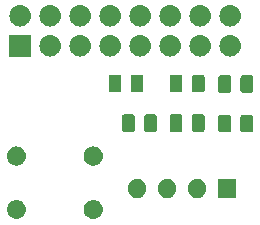
<source format=gts>
G04 #@! TF.GenerationSoftware,KiCad,Pcbnew,(5.1.4)-1*
G04 #@! TF.CreationDate,2019-09-19T01:50:37+03:00*
G04 #@! TF.ProjectId,Project_2_RPI_HAT,50726f6a-6563-4745-9f32-5f5250495f48,v1*
G04 #@! TF.SameCoordinates,Original*
G04 #@! TF.FileFunction,Soldermask,Top*
G04 #@! TF.FilePolarity,Negative*
%FSLAX46Y46*%
G04 Gerber Fmt 4.6, Leading zero omitted, Abs format (unit mm)*
G04 Created by KiCad (PCBNEW (5.1.4)-1) date 2019-09-19 01:50:37*
%MOMM*%
%LPD*%
G04 APERTURE LIST*
%ADD10C,0.100000*%
G04 APERTURE END LIST*
D10*
G36*
X52251347Y-79454921D02*
G01*
X52330976Y-79462764D01*
X52484227Y-79509252D01*
X52484230Y-79509253D01*
X52625463Y-79584744D01*
X52749259Y-79686341D01*
X52850856Y-79810137D01*
X52926347Y-79951370D01*
X52926348Y-79951373D01*
X52972836Y-80104624D01*
X52988533Y-80264000D01*
X52972836Y-80423376D01*
X52926348Y-80576627D01*
X52926347Y-80576630D01*
X52850856Y-80717863D01*
X52749259Y-80841659D01*
X52625463Y-80943256D01*
X52484230Y-81018747D01*
X52484227Y-81018748D01*
X52330976Y-81065236D01*
X52251347Y-81073079D01*
X52211534Y-81077000D01*
X52131666Y-81077000D01*
X52091853Y-81073079D01*
X52012224Y-81065236D01*
X51858973Y-81018748D01*
X51858970Y-81018747D01*
X51717737Y-80943256D01*
X51593941Y-80841659D01*
X51492344Y-80717863D01*
X51416853Y-80576630D01*
X51416852Y-80576627D01*
X51370364Y-80423376D01*
X51354667Y-80264000D01*
X51370364Y-80104624D01*
X51416852Y-79951373D01*
X51416853Y-79951370D01*
X51492344Y-79810137D01*
X51593941Y-79686341D01*
X51717737Y-79584744D01*
X51858970Y-79509253D01*
X51858973Y-79509252D01*
X52012224Y-79462764D01*
X52091853Y-79454921D01*
X52131666Y-79451000D01*
X52211534Y-79451000D01*
X52251347Y-79454921D01*
X52251347Y-79454921D01*
G37*
G36*
X45748947Y-79454921D02*
G01*
X45828576Y-79462764D01*
X45981827Y-79509252D01*
X45981830Y-79509253D01*
X46123063Y-79584744D01*
X46246859Y-79686341D01*
X46348456Y-79810137D01*
X46423947Y-79951370D01*
X46423948Y-79951373D01*
X46470436Y-80104624D01*
X46486133Y-80264000D01*
X46470436Y-80423376D01*
X46423948Y-80576627D01*
X46423947Y-80576630D01*
X46348456Y-80717863D01*
X46246859Y-80841659D01*
X46123063Y-80943256D01*
X45981830Y-81018747D01*
X45981827Y-81018748D01*
X45828576Y-81065236D01*
X45748947Y-81073079D01*
X45709134Y-81077000D01*
X45629266Y-81077000D01*
X45589453Y-81073079D01*
X45509824Y-81065236D01*
X45356573Y-81018748D01*
X45356570Y-81018747D01*
X45215337Y-80943256D01*
X45091541Y-80841659D01*
X44989944Y-80717863D01*
X44914453Y-80576630D01*
X44914452Y-80576627D01*
X44867964Y-80423376D01*
X44852267Y-80264000D01*
X44867964Y-80104624D01*
X44914452Y-79951373D01*
X44914453Y-79951370D01*
X44989944Y-79810137D01*
X45091541Y-79686341D01*
X45215337Y-79584744D01*
X45356570Y-79509253D01*
X45356573Y-79509252D01*
X45509824Y-79462764D01*
X45589453Y-79454921D01*
X45629266Y-79451000D01*
X45709134Y-79451000D01*
X45748947Y-79454921D01*
X45748947Y-79454921D01*
G37*
G36*
X56113642Y-77715781D02*
G01*
X56259414Y-77776162D01*
X56259416Y-77776163D01*
X56390608Y-77863822D01*
X56502178Y-77975392D01*
X56589837Y-78106584D01*
X56589838Y-78106586D01*
X56650219Y-78252358D01*
X56681000Y-78407107D01*
X56681000Y-78564893D01*
X56650219Y-78719642D01*
X56589838Y-78865414D01*
X56589837Y-78865416D01*
X56502178Y-78996608D01*
X56390608Y-79108178D01*
X56259416Y-79195837D01*
X56259415Y-79195838D01*
X56259414Y-79195838D01*
X56113642Y-79256219D01*
X55958893Y-79287000D01*
X55801107Y-79287000D01*
X55646358Y-79256219D01*
X55500586Y-79195838D01*
X55500585Y-79195838D01*
X55500584Y-79195837D01*
X55369392Y-79108178D01*
X55257822Y-78996608D01*
X55170163Y-78865416D01*
X55170162Y-78865414D01*
X55109781Y-78719642D01*
X55079000Y-78564893D01*
X55079000Y-78407107D01*
X55109781Y-78252358D01*
X55170162Y-78106586D01*
X55170163Y-78106584D01*
X55257822Y-77975392D01*
X55369392Y-77863822D01*
X55500584Y-77776163D01*
X55500586Y-77776162D01*
X55646358Y-77715781D01*
X55801107Y-77685000D01*
X55958893Y-77685000D01*
X56113642Y-77715781D01*
X56113642Y-77715781D01*
G37*
G36*
X58653642Y-77715781D02*
G01*
X58799414Y-77776162D01*
X58799416Y-77776163D01*
X58930608Y-77863822D01*
X59042178Y-77975392D01*
X59129837Y-78106584D01*
X59129838Y-78106586D01*
X59190219Y-78252358D01*
X59221000Y-78407107D01*
X59221000Y-78564893D01*
X59190219Y-78719642D01*
X59129838Y-78865414D01*
X59129837Y-78865416D01*
X59042178Y-78996608D01*
X58930608Y-79108178D01*
X58799416Y-79195837D01*
X58799415Y-79195838D01*
X58799414Y-79195838D01*
X58653642Y-79256219D01*
X58498893Y-79287000D01*
X58341107Y-79287000D01*
X58186358Y-79256219D01*
X58040586Y-79195838D01*
X58040585Y-79195838D01*
X58040584Y-79195837D01*
X57909392Y-79108178D01*
X57797822Y-78996608D01*
X57710163Y-78865416D01*
X57710162Y-78865414D01*
X57649781Y-78719642D01*
X57619000Y-78564893D01*
X57619000Y-78407107D01*
X57649781Y-78252358D01*
X57710162Y-78106586D01*
X57710163Y-78106584D01*
X57797822Y-77975392D01*
X57909392Y-77863822D01*
X58040584Y-77776163D01*
X58040586Y-77776162D01*
X58186358Y-77715781D01*
X58341107Y-77685000D01*
X58498893Y-77685000D01*
X58653642Y-77715781D01*
X58653642Y-77715781D01*
G37*
G36*
X61193642Y-77715781D02*
G01*
X61339414Y-77776162D01*
X61339416Y-77776163D01*
X61470608Y-77863822D01*
X61582178Y-77975392D01*
X61669837Y-78106584D01*
X61669838Y-78106586D01*
X61730219Y-78252358D01*
X61761000Y-78407107D01*
X61761000Y-78564893D01*
X61730219Y-78719642D01*
X61669838Y-78865414D01*
X61669837Y-78865416D01*
X61582178Y-78996608D01*
X61470608Y-79108178D01*
X61339416Y-79195837D01*
X61339415Y-79195838D01*
X61339414Y-79195838D01*
X61193642Y-79256219D01*
X61038893Y-79287000D01*
X60881107Y-79287000D01*
X60726358Y-79256219D01*
X60580586Y-79195838D01*
X60580585Y-79195838D01*
X60580584Y-79195837D01*
X60449392Y-79108178D01*
X60337822Y-78996608D01*
X60250163Y-78865416D01*
X60250162Y-78865414D01*
X60189781Y-78719642D01*
X60159000Y-78564893D01*
X60159000Y-78407107D01*
X60189781Y-78252358D01*
X60250162Y-78106586D01*
X60250163Y-78106584D01*
X60337822Y-77975392D01*
X60449392Y-77863822D01*
X60580584Y-77776163D01*
X60580586Y-77776162D01*
X60726358Y-77715781D01*
X60881107Y-77685000D01*
X61038893Y-77685000D01*
X61193642Y-77715781D01*
X61193642Y-77715781D01*
G37*
G36*
X64301000Y-79287000D02*
G01*
X62699000Y-79287000D01*
X62699000Y-77685000D01*
X64301000Y-77685000D01*
X64301000Y-79287000D01*
X64301000Y-79287000D01*
G37*
G36*
X45748947Y-74933721D02*
G01*
X45828576Y-74941564D01*
X45981827Y-74988052D01*
X45981830Y-74988053D01*
X46123063Y-75063544D01*
X46246859Y-75165141D01*
X46348456Y-75288937D01*
X46423947Y-75430170D01*
X46423948Y-75430173D01*
X46470436Y-75583424D01*
X46486133Y-75742800D01*
X46470436Y-75902176D01*
X46423948Y-76055427D01*
X46423947Y-76055430D01*
X46348456Y-76196663D01*
X46246859Y-76320459D01*
X46123063Y-76422056D01*
X45981830Y-76497547D01*
X45981827Y-76497548D01*
X45828576Y-76544036D01*
X45748947Y-76551879D01*
X45709134Y-76555800D01*
X45629266Y-76555800D01*
X45589453Y-76551879D01*
X45509824Y-76544036D01*
X45356573Y-76497548D01*
X45356570Y-76497547D01*
X45215337Y-76422056D01*
X45091541Y-76320459D01*
X44989944Y-76196663D01*
X44914453Y-76055430D01*
X44914452Y-76055427D01*
X44867964Y-75902176D01*
X44852267Y-75742800D01*
X44867964Y-75583424D01*
X44914452Y-75430173D01*
X44914453Y-75430170D01*
X44989944Y-75288937D01*
X45091541Y-75165141D01*
X45215337Y-75063544D01*
X45356570Y-74988053D01*
X45356573Y-74988052D01*
X45509824Y-74941564D01*
X45589453Y-74933721D01*
X45629266Y-74929800D01*
X45709134Y-74929800D01*
X45748947Y-74933721D01*
X45748947Y-74933721D01*
G37*
G36*
X52251347Y-74933721D02*
G01*
X52330976Y-74941564D01*
X52484227Y-74988052D01*
X52484230Y-74988053D01*
X52625463Y-75063544D01*
X52749259Y-75165141D01*
X52850856Y-75288937D01*
X52926347Y-75430170D01*
X52926348Y-75430173D01*
X52972836Y-75583424D01*
X52988533Y-75742800D01*
X52972836Y-75902176D01*
X52926348Y-76055427D01*
X52926347Y-76055430D01*
X52850856Y-76196663D01*
X52749259Y-76320459D01*
X52625463Y-76422056D01*
X52484230Y-76497547D01*
X52484227Y-76497548D01*
X52330976Y-76544036D01*
X52251347Y-76551879D01*
X52211534Y-76555800D01*
X52131666Y-76555800D01*
X52091853Y-76551879D01*
X52012224Y-76544036D01*
X51858973Y-76497548D01*
X51858970Y-76497547D01*
X51717737Y-76422056D01*
X51593941Y-76320459D01*
X51492344Y-76196663D01*
X51416853Y-76055430D01*
X51416852Y-76055427D01*
X51370364Y-75902176D01*
X51354667Y-75742800D01*
X51370364Y-75583424D01*
X51416852Y-75430173D01*
X51416853Y-75430170D01*
X51492344Y-75288937D01*
X51593941Y-75165141D01*
X51717737Y-75063544D01*
X51858970Y-74988053D01*
X51858973Y-74988052D01*
X52012224Y-74941564D01*
X52091853Y-74933721D01*
X52131666Y-74929800D01*
X52211534Y-74929800D01*
X52251347Y-74933721D01*
X52251347Y-74933721D01*
G37*
G36*
X63671068Y-72253165D02*
G01*
X63709738Y-72264896D01*
X63745377Y-72283946D01*
X63776617Y-72309583D01*
X63802254Y-72340823D01*
X63821304Y-72376462D01*
X63833035Y-72415132D01*
X63837600Y-72461488D01*
X63837600Y-73537712D01*
X63833035Y-73584068D01*
X63821304Y-73622738D01*
X63802254Y-73658377D01*
X63776617Y-73689617D01*
X63745377Y-73715254D01*
X63709738Y-73734304D01*
X63671068Y-73746035D01*
X63624712Y-73750600D01*
X62973488Y-73750600D01*
X62927132Y-73746035D01*
X62888462Y-73734304D01*
X62852823Y-73715254D01*
X62821583Y-73689617D01*
X62795946Y-73658377D01*
X62776896Y-73622738D01*
X62765165Y-73584068D01*
X62760600Y-73537712D01*
X62760600Y-72461488D01*
X62765165Y-72415132D01*
X62776896Y-72376462D01*
X62795946Y-72340823D01*
X62821583Y-72309583D01*
X62852823Y-72283946D01*
X62888462Y-72264896D01*
X62927132Y-72253165D01*
X62973488Y-72248600D01*
X63624712Y-72248600D01*
X63671068Y-72253165D01*
X63671068Y-72253165D01*
G37*
G36*
X65546068Y-72253165D02*
G01*
X65584738Y-72264896D01*
X65620377Y-72283946D01*
X65651617Y-72309583D01*
X65677254Y-72340823D01*
X65696304Y-72376462D01*
X65708035Y-72415132D01*
X65712600Y-72461488D01*
X65712600Y-73537712D01*
X65708035Y-73584068D01*
X65696304Y-73622738D01*
X65677254Y-73658377D01*
X65651617Y-73689617D01*
X65620377Y-73715254D01*
X65584738Y-73734304D01*
X65546068Y-73746035D01*
X65499712Y-73750600D01*
X64848488Y-73750600D01*
X64802132Y-73746035D01*
X64763462Y-73734304D01*
X64727823Y-73715254D01*
X64696583Y-73689617D01*
X64670946Y-73658377D01*
X64651896Y-73622738D01*
X64640165Y-73584068D01*
X64635600Y-73537712D01*
X64635600Y-72461488D01*
X64640165Y-72415132D01*
X64651896Y-72376462D01*
X64670946Y-72340823D01*
X64696583Y-72309583D01*
X64727823Y-72283946D01*
X64763462Y-72264896D01*
X64802132Y-72253165D01*
X64848488Y-72248600D01*
X65499712Y-72248600D01*
X65546068Y-72253165D01*
X65546068Y-72253165D01*
G37*
G36*
X61431268Y-72208165D02*
G01*
X61469938Y-72219896D01*
X61505577Y-72238946D01*
X61536817Y-72264583D01*
X61562454Y-72295823D01*
X61581504Y-72331462D01*
X61593235Y-72370132D01*
X61597800Y-72416488D01*
X61597800Y-73492712D01*
X61593235Y-73539068D01*
X61581504Y-73577738D01*
X61562454Y-73613377D01*
X61536817Y-73644617D01*
X61505577Y-73670254D01*
X61469938Y-73689304D01*
X61431268Y-73701035D01*
X61384912Y-73705600D01*
X60733688Y-73705600D01*
X60687332Y-73701035D01*
X60648662Y-73689304D01*
X60613023Y-73670254D01*
X60581783Y-73644617D01*
X60556146Y-73613377D01*
X60537096Y-73577738D01*
X60525365Y-73539068D01*
X60520800Y-73492712D01*
X60520800Y-72416488D01*
X60525365Y-72370132D01*
X60537096Y-72331462D01*
X60556146Y-72295823D01*
X60581783Y-72264583D01*
X60613023Y-72238946D01*
X60648662Y-72219896D01*
X60687332Y-72208165D01*
X60733688Y-72203600D01*
X61384912Y-72203600D01*
X61431268Y-72208165D01*
X61431268Y-72208165D01*
G37*
G36*
X55517668Y-72208165D02*
G01*
X55556338Y-72219896D01*
X55591977Y-72238946D01*
X55623217Y-72264583D01*
X55648854Y-72295823D01*
X55667904Y-72331462D01*
X55679635Y-72370132D01*
X55684200Y-72416488D01*
X55684200Y-73492712D01*
X55679635Y-73539068D01*
X55667904Y-73577738D01*
X55648854Y-73613377D01*
X55623217Y-73644617D01*
X55591977Y-73670254D01*
X55556338Y-73689304D01*
X55517668Y-73701035D01*
X55471312Y-73705600D01*
X54820088Y-73705600D01*
X54773732Y-73701035D01*
X54735062Y-73689304D01*
X54699423Y-73670254D01*
X54668183Y-73644617D01*
X54642546Y-73613377D01*
X54623496Y-73577738D01*
X54611765Y-73539068D01*
X54607200Y-73492712D01*
X54607200Y-72416488D01*
X54611765Y-72370132D01*
X54623496Y-72331462D01*
X54642546Y-72295823D01*
X54668183Y-72264583D01*
X54699423Y-72238946D01*
X54735062Y-72219896D01*
X54773732Y-72208165D01*
X54820088Y-72203600D01*
X55471312Y-72203600D01*
X55517668Y-72208165D01*
X55517668Y-72208165D01*
G37*
G36*
X57392668Y-72208165D02*
G01*
X57431338Y-72219896D01*
X57466977Y-72238946D01*
X57498217Y-72264583D01*
X57523854Y-72295823D01*
X57542904Y-72331462D01*
X57554635Y-72370132D01*
X57559200Y-72416488D01*
X57559200Y-73492712D01*
X57554635Y-73539068D01*
X57542904Y-73577738D01*
X57523854Y-73613377D01*
X57498217Y-73644617D01*
X57466977Y-73670254D01*
X57431338Y-73689304D01*
X57392668Y-73701035D01*
X57346312Y-73705600D01*
X56695088Y-73705600D01*
X56648732Y-73701035D01*
X56610062Y-73689304D01*
X56574423Y-73670254D01*
X56543183Y-73644617D01*
X56517546Y-73613377D01*
X56498496Y-73577738D01*
X56486765Y-73539068D01*
X56482200Y-73492712D01*
X56482200Y-72416488D01*
X56486765Y-72370132D01*
X56498496Y-72331462D01*
X56517546Y-72295823D01*
X56543183Y-72264583D01*
X56574423Y-72238946D01*
X56610062Y-72219896D01*
X56648732Y-72208165D01*
X56695088Y-72203600D01*
X57346312Y-72203600D01*
X57392668Y-72208165D01*
X57392668Y-72208165D01*
G37*
G36*
X59556268Y-72208165D02*
G01*
X59594938Y-72219896D01*
X59630577Y-72238946D01*
X59661817Y-72264583D01*
X59687454Y-72295823D01*
X59706504Y-72331462D01*
X59718235Y-72370132D01*
X59722800Y-72416488D01*
X59722800Y-73492712D01*
X59718235Y-73539068D01*
X59706504Y-73577738D01*
X59687454Y-73613377D01*
X59661817Y-73644617D01*
X59630577Y-73670254D01*
X59594938Y-73689304D01*
X59556268Y-73701035D01*
X59509912Y-73705600D01*
X58858688Y-73705600D01*
X58812332Y-73701035D01*
X58773662Y-73689304D01*
X58738023Y-73670254D01*
X58706783Y-73644617D01*
X58681146Y-73613377D01*
X58662096Y-73577738D01*
X58650365Y-73539068D01*
X58645800Y-73492712D01*
X58645800Y-72416488D01*
X58650365Y-72370132D01*
X58662096Y-72331462D01*
X58681146Y-72295823D01*
X58706783Y-72264583D01*
X58738023Y-72238946D01*
X58773662Y-72219896D01*
X58812332Y-72208165D01*
X58858688Y-72203600D01*
X59509912Y-72203600D01*
X59556268Y-72208165D01*
X59556268Y-72208165D01*
G37*
G36*
X65546068Y-68900365D02*
G01*
X65584738Y-68912096D01*
X65620377Y-68931146D01*
X65651617Y-68956783D01*
X65677254Y-68988023D01*
X65696304Y-69023662D01*
X65708035Y-69062332D01*
X65712600Y-69108688D01*
X65712600Y-70184912D01*
X65708035Y-70231268D01*
X65696304Y-70269938D01*
X65677254Y-70305577D01*
X65651617Y-70336817D01*
X65620377Y-70362454D01*
X65584738Y-70381504D01*
X65546068Y-70393235D01*
X65499712Y-70397800D01*
X64848488Y-70397800D01*
X64802132Y-70393235D01*
X64763462Y-70381504D01*
X64727823Y-70362454D01*
X64696583Y-70336817D01*
X64670946Y-70305577D01*
X64651896Y-70269938D01*
X64640165Y-70231268D01*
X64635600Y-70184912D01*
X64635600Y-69108688D01*
X64640165Y-69062332D01*
X64651896Y-69023662D01*
X64670946Y-68988023D01*
X64696583Y-68956783D01*
X64727823Y-68931146D01*
X64763462Y-68912096D01*
X64802132Y-68900365D01*
X64848488Y-68895800D01*
X65499712Y-68895800D01*
X65546068Y-68900365D01*
X65546068Y-68900365D01*
G37*
G36*
X63671068Y-68900365D02*
G01*
X63709738Y-68912096D01*
X63745377Y-68931146D01*
X63776617Y-68956783D01*
X63802254Y-68988023D01*
X63821304Y-69023662D01*
X63833035Y-69062332D01*
X63837600Y-69108688D01*
X63837600Y-70184912D01*
X63833035Y-70231268D01*
X63821304Y-70269938D01*
X63802254Y-70305577D01*
X63776617Y-70336817D01*
X63745377Y-70362454D01*
X63709738Y-70381504D01*
X63671068Y-70393235D01*
X63624712Y-70397800D01*
X62973488Y-70397800D01*
X62927132Y-70393235D01*
X62888462Y-70381504D01*
X62852823Y-70362454D01*
X62821583Y-70336817D01*
X62795946Y-70305577D01*
X62776896Y-70269938D01*
X62765165Y-70231268D01*
X62760600Y-70184912D01*
X62760600Y-69108688D01*
X62765165Y-69062332D01*
X62776896Y-69023662D01*
X62795946Y-68988023D01*
X62821583Y-68956783D01*
X62852823Y-68931146D01*
X62888462Y-68912096D01*
X62927132Y-68900365D01*
X62973488Y-68895800D01*
X63624712Y-68895800D01*
X63671068Y-68900365D01*
X63671068Y-68900365D01*
G37*
G36*
X61431268Y-68855365D02*
G01*
X61469938Y-68867096D01*
X61505577Y-68886146D01*
X61536817Y-68911783D01*
X61562454Y-68943023D01*
X61581504Y-68978662D01*
X61593235Y-69017332D01*
X61597800Y-69063688D01*
X61597800Y-70139912D01*
X61593235Y-70186268D01*
X61581504Y-70224938D01*
X61562454Y-70260577D01*
X61536817Y-70291817D01*
X61505577Y-70317454D01*
X61469938Y-70336504D01*
X61431268Y-70348235D01*
X61384912Y-70352800D01*
X60733688Y-70352800D01*
X60687332Y-70348235D01*
X60648662Y-70336504D01*
X60613023Y-70317454D01*
X60581783Y-70291817D01*
X60556146Y-70260577D01*
X60537096Y-70224938D01*
X60525365Y-70186268D01*
X60520800Y-70139912D01*
X60520800Y-69063688D01*
X60525365Y-69017332D01*
X60537096Y-68978662D01*
X60556146Y-68943023D01*
X60581783Y-68911783D01*
X60613023Y-68886146D01*
X60648662Y-68867096D01*
X60687332Y-68855365D01*
X60733688Y-68850800D01*
X61384912Y-68850800D01*
X61431268Y-68855365D01*
X61431268Y-68855365D01*
G37*
G36*
X59556268Y-68855365D02*
G01*
X59594938Y-68867096D01*
X59630577Y-68886146D01*
X59661817Y-68911783D01*
X59687454Y-68943023D01*
X59706504Y-68978662D01*
X59718235Y-69017332D01*
X59722800Y-69063688D01*
X59722800Y-70139912D01*
X59718235Y-70186268D01*
X59706504Y-70224938D01*
X59687454Y-70260577D01*
X59661817Y-70291817D01*
X59630577Y-70317454D01*
X59594938Y-70336504D01*
X59556268Y-70348235D01*
X59509912Y-70352800D01*
X58858688Y-70352800D01*
X58812332Y-70348235D01*
X58773662Y-70336504D01*
X58738023Y-70317454D01*
X58706783Y-70291817D01*
X58681146Y-70260577D01*
X58662096Y-70224938D01*
X58650365Y-70186268D01*
X58645800Y-70139912D01*
X58645800Y-69063688D01*
X58650365Y-69017332D01*
X58662096Y-68978662D01*
X58681146Y-68943023D01*
X58706783Y-68911783D01*
X58738023Y-68886146D01*
X58773662Y-68867096D01*
X58812332Y-68855365D01*
X58858688Y-68850800D01*
X59509912Y-68850800D01*
X59556268Y-68855365D01*
X59556268Y-68855365D01*
G37*
G36*
X54374668Y-68855365D02*
G01*
X54413338Y-68867096D01*
X54448977Y-68886146D01*
X54480217Y-68911783D01*
X54505854Y-68943023D01*
X54524904Y-68978662D01*
X54536635Y-69017332D01*
X54541200Y-69063688D01*
X54541200Y-70139912D01*
X54536635Y-70186268D01*
X54524904Y-70224938D01*
X54505854Y-70260577D01*
X54480217Y-70291817D01*
X54448977Y-70317454D01*
X54413338Y-70336504D01*
X54374668Y-70348235D01*
X54328312Y-70352800D01*
X53677088Y-70352800D01*
X53630732Y-70348235D01*
X53592062Y-70336504D01*
X53556423Y-70317454D01*
X53525183Y-70291817D01*
X53499546Y-70260577D01*
X53480496Y-70224938D01*
X53468765Y-70186268D01*
X53464200Y-70139912D01*
X53464200Y-69063688D01*
X53468765Y-69017332D01*
X53480496Y-68978662D01*
X53499546Y-68943023D01*
X53525183Y-68911783D01*
X53556423Y-68886146D01*
X53592062Y-68867096D01*
X53630732Y-68855365D01*
X53677088Y-68850800D01*
X54328312Y-68850800D01*
X54374668Y-68855365D01*
X54374668Y-68855365D01*
G37*
G36*
X56249668Y-68855365D02*
G01*
X56288338Y-68867096D01*
X56323977Y-68886146D01*
X56355217Y-68911783D01*
X56380854Y-68943023D01*
X56399904Y-68978662D01*
X56411635Y-69017332D01*
X56416200Y-69063688D01*
X56416200Y-70139912D01*
X56411635Y-70186268D01*
X56399904Y-70224938D01*
X56380854Y-70260577D01*
X56355217Y-70291817D01*
X56323977Y-70317454D01*
X56288338Y-70336504D01*
X56249668Y-70348235D01*
X56203312Y-70352800D01*
X55552088Y-70352800D01*
X55505732Y-70348235D01*
X55467062Y-70336504D01*
X55431423Y-70317454D01*
X55400183Y-70291817D01*
X55374546Y-70260577D01*
X55355496Y-70224938D01*
X55343765Y-70186268D01*
X55339200Y-70139912D01*
X55339200Y-69063688D01*
X55343765Y-69017332D01*
X55355496Y-68978662D01*
X55374546Y-68943023D01*
X55400183Y-68911783D01*
X55431423Y-68886146D01*
X55467062Y-68867096D01*
X55505732Y-68855365D01*
X55552088Y-68850800D01*
X56203312Y-68850800D01*
X56249668Y-68855365D01*
X56249668Y-68855365D01*
G37*
G36*
X58784443Y-65526519D02*
G01*
X58850627Y-65533037D01*
X59020466Y-65584557D01*
X59176991Y-65668222D01*
X59212729Y-65697552D01*
X59314186Y-65780814D01*
X59397448Y-65882271D01*
X59426778Y-65918009D01*
X59510443Y-66074534D01*
X59561963Y-66244373D01*
X59579359Y-66421000D01*
X59561963Y-66597627D01*
X59510443Y-66767466D01*
X59426778Y-66923991D01*
X59397448Y-66959729D01*
X59314186Y-67061186D01*
X59212729Y-67144448D01*
X59176991Y-67173778D01*
X59020466Y-67257443D01*
X58850627Y-67308963D01*
X58784442Y-67315482D01*
X58718260Y-67322000D01*
X58629740Y-67322000D01*
X58563558Y-67315482D01*
X58497373Y-67308963D01*
X58327534Y-67257443D01*
X58171009Y-67173778D01*
X58135271Y-67144448D01*
X58033814Y-67061186D01*
X57950552Y-66959729D01*
X57921222Y-66923991D01*
X57837557Y-66767466D01*
X57786037Y-66597627D01*
X57768641Y-66421000D01*
X57786037Y-66244373D01*
X57837557Y-66074534D01*
X57921222Y-65918009D01*
X57950552Y-65882271D01*
X58033814Y-65780814D01*
X58135271Y-65697552D01*
X58171009Y-65668222D01*
X58327534Y-65584557D01*
X58497373Y-65533037D01*
X58563557Y-65526519D01*
X58629740Y-65520000D01*
X58718260Y-65520000D01*
X58784443Y-65526519D01*
X58784443Y-65526519D01*
G37*
G36*
X61324443Y-65526519D02*
G01*
X61390627Y-65533037D01*
X61560466Y-65584557D01*
X61716991Y-65668222D01*
X61752729Y-65697552D01*
X61854186Y-65780814D01*
X61937448Y-65882271D01*
X61966778Y-65918009D01*
X62050443Y-66074534D01*
X62101963Y-66244373D01*
X62119359Y-66421000D01*
X62101963Y-66597627D01*
X62050443Y-66767466D01*
X61966778Y-66923991D01*
X61937448Y-66959729D01*
X61854186Y-67061186D01*
X61752729Y-67144448D01*
X61716991Y-67173778D01*
X61560466Y-67257443D01*
X61390627Y-67308963D01*
X61324442Y-67315482D01*
X61258260Y-67322000D01*
X61169740Y-67322000D01*
X61103558Y-67315482D01*
X61037373Y-67308963D01*
X60867534Y-67257443D01*
X60711009Y-67173778D01*
X60675271Y-67144448D01*
X60573814Y-67061186D01*
X60490552Y-66959729D01*
X60461222Y-66923991D01*
X60377557Y-66767466D01*
X60326037Y-66597627D01*
X60308641Y-66421000D01*
X60326037Y-66244373D01*
X60377557Y-66074534D01*
X60461222Y-65918009D01*
X60490552Y-65882271D01*
X60573814Y-65780814D01*
X60675271Y-65697552D01*
X60711009Y-65668222D01*
X60867534Y-65584557D01*
X61037373Y-65533037D01*
X61103557Y-65526519D01*
X61169740Y-65520000D01*
X61258260Y-65520000D01*
X61324443Y-65526519D01*
X61324443Y-65526519D01*
G37*
G36*
X63864443Y-65526519D02*
G01*
X63930627Y-65533037D01*
X64100466Y-65584557D01*
X64256991Y-65668222D01*
X64292729Y-65697552D01*
X64394186Y-65780814D01*
X64477448Y-65882271D01*
X64506778Y-65918009D01*
X64590443Y-66074534D01*
X64641963Y-66244373D01*
X64659359Y-66421000D01*
X64641963Y-66597627D01*
X64590443Y-66767466D01*
X64506778Y-66923991D01*
X64477448Y-66959729D01*
X64394186Y-67061186D01*
X64292729Y-67144448D01*
X64256991Y-67173778D01*
X64100466Y-67257443D01*
X63930627Y-67308963D01*
X63864442Y-67315482D01*
X63798260Y-67322000D01*
X63709740Y-67322000D01*
X63643558Y-67315482D01*
X63577373Y-67308963D01*
X63407534Y-67257443D01*
X63251009Y-67173778D01*
X63215271Y-67144448D01*
X63113814Y-67061186D01*
X63030552Y-66959729D01*
X63001222Y-66923991D01*
X62917557Y-66767466D01*
X62866037Y-66597627D01*
X62848641Y-66421000D01*
X62866037Y-66244373D01*
X62917557Y-66074534D01*
X63001222Y-65918009D01*
X63030552Y-65882271D01*
X63113814Y-65780814D01*
X63215271Y-65697552D01*
X63251009Y-65668222D01*
X63407534Y-65584557D01*
X63577373Y-65533037D01*
X63643557Y-65526519D01*
X63709740Y-65520000D01*
X63798260Y-65520000D01*
X63864443Y-65526519D01*
X63864443Y-65526519D01*
G37*
G36*
X56244443Y-65526519D02*
G01*
X56310627Y-65533037D01*
X56480466Y-65584557D01*
X56636991Y-65668222D01*
X56672729Y-65697552D01*
X56774186Y-65780814D01*
X56857448Y-65882271D01*
X56886778Y-65918009D01*
X56970443Y-66074534D01*
X57021963Y-66244373D01*
X57039359Y-66421000D01*
X57021963Y-66597627D01*
X56970443Y-66767466D01*
X56886778Y-66923991D01*
X56857448Y-66959729D01*
X56774186Y-67061186D01*
X56672729Y-67144448D01*
X56636991Y-67173778D01*
X56480466Y-67257443D01*
X56310627Y-67308963D01*
X56244442Y-67315482D01*
X56178260Y-67322000D01*
X56089740Y-67322000D01*
X56023558Y-67315482D01*
X55957373Y-67308963D01*
X55787534Y-67257443D01*
X55631009Y-67173778D01*
X55595271Y-67144448D01*
X55493814Y-67061186D01*
X55410552Y-66959729D01*
X55381222Y-66923991D01*
X55297557Y-66767466D01*
X55246037Y-66597627D01*
X55228641Y-66421000D01*
X55246037Y-66244373D01*
X55297557Y-66074534D01*
X55381222Y-65918009D01*
X55410552Y-65882271D01*
X55493814Y-65780814D01*
X55595271Y-65697552D01*
X55631009Y-65668222D01*
X55787534Y-65584557D01*
X55957373Y-65533037D01*
X56023557Y-65526519D01*
X56089740Y-65520000D01*
X56178260Y-65520000D01*
X56244443Y-65526519D01*
X56244443Y-65526519D01*
G37*
G36*
X51164443Y-65526519D02*
G01*
X51230627Y-65533037D01*
X51400466Y-65584557D01*
X51556991Y-65668222D01*
X51592729Y-65697552D01*
X51694186Y-65780814D01*
X51777448Y-65882271D01*
X51806778Y-65918009D01*
X51890443Y-66074534D01*
X51941963Y-66244373D01*
X51959359Y-66421000D01*
X51941963Y-66597627D01*
X51890443Y-66767466D01*
X51806778Y-66923991D01*
X51777448Y-66959729D01*
X51694186Y-67061186D01*
X51592729Y-67144448D01*
X51556991Y-67173778D01*
X51400466Y-67257443D01*
X51230627Y-67308963D01*
X51164442Y-67315482D01*
X51098260Y-67322000D01*
X51009740Y-67322000D01*
X50943558Y-67315482D01*
X50877373Y-67308963D01*
X50707534Y-67257443D01*
X50551009Y-67173778D01*
X50515271Y-67144448D01*
X50413814Y-67061186D01*
X50330552Y-66959729D01*
X50301222Y-66923991D01*
X50217557Y-66767466D01*
X50166037Y-66597627D01*
X50148641Y-66421000D01*
X50166037Y-66244373D01*
X50217557Y-66074534D01*
X50301222Y-65918009D01*
X50330552Y-65882271D01*
X50413814Y-65780814D01*
X50515271Y-65697552D01*
X50551009Y-65668222D01*
X50707534Y-65584557D01*
X50877373Y-65533037D01*
X50943557Y-65526519D01*
X51009740Y-65520000D01*
X51098260Y-65520000D01*
X51164443Y-65526519D01*
X51164443Y-65526519D01*
G37*
G36*
X48624443Y-65526519D02*
G01*
X48690627Y-65533037D01*
X48860466Y-65584557D01*
X49016991Y-65668222D01*
X49052729Y-65697552D01*
X49154186Y-65780814D01*
X49237448Y-65882271D01*
X49266778Y-65918009D01*
X49350443Y-66074534D01*
X49401963Y-66244373D01*
X49419359Y-66421000D01*
X49401963Y-66597627D01*
X49350443Y-66767466D01*
X49266778Y-66923991D01*
X49237448Y-66959729D01*
X49154186Y-67061186D01*
X49052729Y-67144448D01*
X49016991Y-67173778D01*
X48860466Y-67257443D01*
X48690627Y-67308963D01*
X48624442Y-67315482D01*
X48558260Y-67322000D01*
X48469740Y-67322000D01*
X48403558Y-67315482D01*
X48337373Y-67308963D01*
X48167534Y-67257443D01*
X48011009Y-67173778D01*
X47975271Y-67144448D01*
X47873814Y-67061186D01*
X47790552Y-66959729D01*
X47761222Y-66923991D01*
X47677557Y-66767466D01*
X47626037Y-66597627D01*
X47608641Y-66421000D01*
X47626037Y-66244373D01*
X47677557Y-66074534D01*
X47761222Y-65918009D01*
X47790552Y-65882271D01*
X47873814Y-65780814D01*
X47975271Y-65697552D01*
X48011009Y-65668222D01*
X48167534Y-65584557D01*
X48337373Y-65533037D01*
X48403557Y-65526519D01*
X48469740Y-65520000D01*
X48558260Y-65520000D01*
X48624443Y-65526519D01*
X48624443Y-65526519D01*
G37*
G36*
X46875000Y-67322000D02*
G01*
X45073000Y-67322000D01*
X45073000Y-65520000D01*
X46875000Y-65520000D01*
X46875000Y-67322000D01*
X46875000Y-67322000D01*
G37*
G36*
X53704443Y-65526519D02*
G01*
X53770627Y-65533037D01*
X53940466Y-65584557D01*
X54096991Y-65668222D01*
X54132729Y-65697552D01*
X54234186Y-65780814D01*
X54317448Y-65882271D01*
X54346778Y-65918009D01*
X54430443Y-66074534D01*
X54481963Y-66244373D01*
X54499359Y-66421000D01*
X54481963Y-66597627D01*
X54430443Y-66767466D01*
X54346778Y-66923991D01*
X54317448Y-66959729D01*
X54234186Y-67061186D01*
X54132729Y-67144448D01*
X54096991Y-67173778D01*
X53940466Y-67257443D01*
X53770627Y-67308963D01*
X53704442Y-67315482D01*
X53638260Y-67322000D01*
X53549740Y-67322000D01*
X53483558Y-67315482D01*
X53417373Y-67308963D01*
X53247534Y-67257443D01*
X53091009Y-67173778D01*
X53055271Y-67144448D01*
X52953814Y-67061186D01*
X52870552Y-66959729D01*
X52841222Y-66923991D01*
X52757557Y-66767466D01*
X52706037Y-66597627D01*
X52688641Y-66421000D01*
X52706037Y-66244373D01*
X52757557Y-66074534D01*
X52841222Y-65918009D01*
X52870552Y-65882271D01*
X52953814Y-65780814D01*
X53055271Y-65697552D01*
X53091009Y-65668222D01*
X53247534Y-65584557D01*
X53417373Y-65533037D01*
X53483557Y-65526519D01*
X53549740Y-65520000D01*
X53638260Y-65520000D01*
X53704443Y-65526519D01*
X53704443Y-65526519D01*
G37*
G36*
X63864443Y-62986519D02*
G01*
X63930627Y-62993037D01*
X64100466Y-63044557D01*
X64256991Y-63128222D01*
X64292729Y-63157552D01*
X64394186Y-63240814D01*
X64477448Y-63342271D01*
X64506778Y-63378009D01*
X64590443Y-63534534D01*
X64641963Y-63704373D01*
X64659359Y-63881000D01*
X64641963Y-64057627D01*
X64590443Y-64227466D01*
X64506778Y-64383991D01*
X64477448Y-64419729D01*
X64394186Y-64521186D01*
X64292729Y-64604448D01*
X64256991Y-64633778D01*
X64100466Y-64717443D01*
X63930627Y-64768963D01*
X63864443Y-64775481D01*
X63798260Y-64782000D01*
X63709740Y-64782000D01*
X63643557Y-64775481D01*
X63577373Y-64768963D01*
X63407534Y-64717443D01*
X63251009Y-64633778D01*
X63215271Y-64604448D01*
X63113814Y-64521186D01*
X63030552Y-64419729D01*
X63001222Y-64383991D01*
X62917557Y-64227466D01*
X62866037Y-64057627D01*
X62848641Y-63881000D01*
X62866037Y-63704373D01*
X62917557Y-63534534D01*
X63001222Y-63378009D01*
X63030552Y-63342271D01*
X63113814Y-63240814D01*
X63215271Y-63157552D01*
X63251009Y-63128222D01*
X63407534Y-63044557D01*
X63577373Y-62993037D01*
X63643557Y-62986519D01*
X63709740Y-62980000D01*
X63798260Y-62980000D01*
X63864443Y-62986519D01*
X63864443Y-62986519D01*
G37*
G36*
X53704443Y-62986519D02*
G01*
X53770627Y-62993037D01*
X53940466Y-63044557D01*
X54096991Y-63128222D01*
X54132729Y-63157552D01*
X54234186Y-63240814D01*
X54317448Y-63342271D01*
X54346778Y-63378009D01*
X54430443Y-63534534D01*
X54481963Y-63704373D01*
X54499359Y-63881000D01*
X54481963Y-64057627D01*
X54430443Y-64227466D01*
X54346778Y-64383991D01*
X54317448Y-64419729D01*
X54234186Y-64521186D01*
X54132729Y-64604448D01*
X54096991Y-64633778D01*
X53940466Y-64717443D01*
X53770627Y-64768963D01*
X53704443Y-64775481D01*
X53638260Y-64782000D01*
X53549740Y-64782000D01*
X53483557Y-64775481D01*
X53417373Y-64768963D01*
X53247534Y-64717443D01*
X53091009Y-64633778D01*
X53055271Y-64604448D01*
X52953814Y-64521186D01*
X52870552Y-64419729D01*
X52841222Y-64383991D01*
X52757557Y-64227466D01*
X52706037Y-64057627D01*
X52688641Y-63881000D01*
X52706037Y-63704373D01*
X52757557Y-63534534D01*
X52841222Y-63378009D01*
X52870552Y-63342271D01*
X52953814Y-63240814D01*
X53055271Y-63157552D01*
X53091009Y-63128222D01*
X53247534Y-63044557D01*
X53417373Y-62993037D01*
X53483557Y-62986519D01*
X53549740Y-62980000D01*
X53638260Y-62980000D01*
X53704443Y-62986519D01*
X53704443Y-62986519D01*
G37*
G36*
X51164443Y-62986519D02*
G01*
X51230627Y-62993037D01*
X51400466Y-63044557D01*
X51556991Y-63128222D01*
X51592729Y-63157552D01*
X51694186Y-63240814D01*
X51777448Y-63342271D01*
X51806778Y-63378009D01*
X51890443Y-63534534D01*
X51941963Y-63704373D01*
X51959359Y-63881000D01*
X51941963Y-64057627D01*
X51890443Y-64227466D01*
X51806778Y-64383991D01*
X51777448Y-64419729D01*
X51694186Y-64521186D01*
X51592729Y-64604448D01*
X51556991Y-64633778D01*
X51400466Y-64717443D01*
X51230627Y-64768963D01*
X51164443Y-64775481D01*
X51098260Y-64782000D01*
X51009740Y-64782000D01*
X50943557Y-64775481D01*
X50877373Y-64768963D01*
X50707534Y-64717443D01*
X50551009Y-64633778D01*
X50515271Y-64604448D01*
X50413814Y-64521186D01*
X50330552Y-64419729D01*
X50301222Y-64383991D01*
X50217557Y-64227466D01*
X50166037Y-64057627D01*
X50148641Y-63881000D01*
X50166037Y-63704373D01*
X50217557Y-63534534D01*
X50301222Y-63378009D01*
X50330552Y-63342271D01*
X50413814Y-63240814D01*
X50515271Y-63157552D01*
X50551009Y-63128222D01*
X50707534Y-63044557D01*
X50877373Y-62993037D01*
X50943557Y-62986519D01*
X51009740Y-62980000D01*
X51098260Y-62980000D01*
X51164443Y-62986519D01*
X51164443Y-62986519D01*
G37*
G36*
X56244443Y-62986519D02*
G01*
X56310627Y-62993037D01*
X56480466Y-63044557D01*
X56636991Y-63128222D01*
X56672729Y-63157552D01*
X56774186Y-63240814D01*
X56857448Y-63342271D01*
X56886778Y-63378009D01*
X56970443Y-63534534D01*
X57021963Y-63704373D01*
X57039359Y-63881000D01*
X57021963Y-64057627D01*
X56970443Y-64227466D01*
X56886778Y-64383991D01*
X56857448Y-64419729D01*
X56774186Y-64521186D01*
X56672729Y-64604448D01*
X56636991Y-64633778D01*
X56480466Y-64717443D01*
X56310627Y-64768963D01*
X56244443Y-64775481D01*
X56178260Y-64782000D01*
X56089740Y-64782000D01*
X56023557Y-64775481D01*
X55957373Y-64768963D01*
X55787534Y-64717443D01*
X55631009Y-64633778D01*
X55595271Y-64604448D01*
X55493814Y-64521186D01*
X55410552Y-64419729D01*
X55381222Y-64383991D01*
X55297557Y-64227466D01*
X55246037Y-64057627D01*
X55228641Y-63881000D01*
X55246037Y-63704373D01*
X55297557Y-63534534D01*
X55381222Y-63378009D01*
X55410552Y-63342271D01*
X55493814Y-63240814D01*
X55595271Y-63157552D01*
X55631009Y-63128222D01*
X55787534Y-63044557D01*
X55957373Y-62993037D01*
X56023557Y-62986519D01*
X56089740Y-62980000D01*
X56178260Y-62980000D01*
X56244443Y-62986519D01*
X56244443Y-62986519D01*
G37*
G36*
X48624443Y-62986519D02*
G01*
X48690627Y-62993037D01*
X48860466Y-63044557D01*
X49016991Y-63128222D01*
X49052729Y-63157552D01*
X49154186Y-63240814D01*
X49237448Y-63342271D01*
X49266778Y-63378009D01*
X49350443Y-63534534D01*
X49401963Y-63704373D01*
X49419359Y-63881000D01*
X49401963Y-64057627D01*
X49350443Y-64227466D01*
X49266778Y-64383991D01*
X49237448Y-64419729D01*
X49154186Y-64521186D01*
X49052729Y-64604448D01*
X49016991Y-64633778D01*
X48860466Y-64717443D01*
X48690627Y-64768963D01*
X48624443Y-64775481D01*
X48558260Y-64782000D01*
X48469740Y-64782000D01*
X48403557Y-64775481D01*
X48337373Y-64768963D01*
X48167534Y-64717443D01*
X48011009Y-64633778D01*
X47975271Y-64604448D01*
X47873814Y-64521186D01*
X47790552Y-64419729D01*
X47761222Y-64383991D01*
X47677557Y-64227466D01*
X47626037Y-64057627D01*
X47608641Y-63881000D01*
X47626037Y-63704373D01*
X47677557Y-63534534D01*
X47761222Y-63378009D01*
X47790552Y-63342271D01*
X47873814Y-63240814D01*
X47975271Y-63157552D01*
X48011009Y-63128222D01*
X48167534Y-63044557D01*
X48337373Y-62993037D01*
X48403557Y-62986519D01*
X48469740Y-62980000D01*
X48558260Y-62980000D01*
X48624443Y-62986519D01*
X48624443Y-62986519D01*
G37*
G36*
X46084443Y-62986519D02*
G01*
X46150627Y-62993037D01*
X46320466Y-63044557D01*
X46476991Y-63128222D01*
X46512729Y-63157552D01*
X46614186Y-63240814D01*
X46697448Y-63342271D01*
X46726778Y-63378009D01*
X46810443Y-63534534D01*
X46861963Y-63704373D01*
X46879359Y-63881000D01*
X46861963Y-64057627D01*
X46810443Y-64227466D01*
X46726778Y-64383991D01*
X46697448Y-64419729D01*
X46614186Y-64521186D01*
X46512729Y-64604448D01*
X46476991Y-64633778D01*
X46320466Y-64717443D01*
X46150627Y-64768963D01*
X46084443Y-64775481D01*
X46018260Y-64782000D01*
X45929740Y-64782000D01*
X45863557Y-64775481D01*
X45797373Y-64768963D01*
X45627534Y-64717443D01*
X45471009Y-64633778D01*
X45435271Y-64604448D01*
X45333814Y-64521186D01*
X45250552Y-64419729D01*
X45221222Y-64383991D01*
X45137557Y-64227466D01*
X45086037Y-64057627D01*
X45068641Y-63881000D01*
X45086037Y-63704373D01*
X45137557Y-63534534D01*
X45221222Y-63378009D01*
X45250552Y-63342271D01*
X45333814Y-63240814D01*
X45435271Y-63157552D01*
X45471009Y-63128222D01*
X45627534Y-63044557D01*
X45797373Y-62993037D01*
X45863557Y-62986519D01*
X45929740Y-62980000D01*
X46018260Y-62980000D01*
X46084443Y-62986519D01*
X46084443Y-62986519D01*
G37*
G36*
X58784443Y-62986519D02*
G01*
X58850627Y-62993037D01*
X59020466Y-63044557D01*
X59176991Y-63128222D01*
X59212729Y-63157552D01*
X59314186Y-63240814D01*
X59397448Y-63342271D01*
X59426778Y-63378009D01*
X59510443Y-63534534D01*
X59561963Y-63704373D01*
X59579359Y-63881000D01*
X59561963Y-64057627D01*
X59510443Y-64227466D01*
X59426778Y-64383991D01*
X59397448Y-64419729D01*
X59314186Y-64521186D01*
X59212729Y-64604448D01*
X59176991Y-64633778D01*
X59020466Y-64717443D01*
X58850627Y-64768963D01*
X58784443Y-64775481D01*
X58718260Y-64782000D01*
X58629740Y-64782000D01*
X58563557Y-64775481D01*
X58497373Y-64768963D01*
X58327534Y-64717443D01*
X58171009Y-64633778D01*
X58135271Y-64604448D01*
X58033814Y-64521186D01*
X57950552Y-64419729D01*
X57921222Y-64383991D01*
X57837557Y-64227466D01*
X57786037Y-64057627D01*
X57768641Y-63881000D01*
X57786037Y-63704373D01*
X57837557Y-63534534D01*
X57921222Y-63378009D01*
X57950552Y-63342271D01*
X58033814Y-63240814D01*
X58135271Y-63157552D01*
X58171009Y-63128222D01*
X58327534Y-63044557D01*
X58497373Y-62993037D01*
X58563557Y-62986519D01*
X58629740Y-62980000D01*
X58718260Y-62980000D01*
X58784443Y-62986519D01*
X58784443Y-62986519D01*
G37*
G36*
X61324443Y-62986519D02*
G01*
X61390627Y-62993037D01*
X61560466Y-63044557D01*
X61716991Y-63128222D01*
X61752729Y-63157552D01*
X61854186Y-63240814D01*
X61937448Y-63342271D01*
X61966778Y-63378009D01*
X62050443Y-63534534D01*
X62101963Y-63704373D01*
X62119359Y-63881000D01*
X62101963Y-64057627D01*
X62050443Y-64227466D01*
X61966778Y-64383991D01*
X61937448Y-64419729D01*
X61854186Y-64521186D01*
X61752729Y-64604448D01*
X61716991Y-64633778D01*
X61560466Y-64717443D01*
X61390627Y-64768963D01*
X61324443Y-64775481D01*
X61258260Y-64782000D01*
X61169740Y-64782000D01*
X61103557Y-64775481D01*
X61037373Y-64768963D01*
X60867534Y-64717443D01*
X60711009Y-64633778D01*
X60675271Y-64604448D01*
X60573814Y-64521186D01*
X60490552Y-64419729D01*
X60461222Y-64383991D01*
X60377557Y-64227466D01*
X60326037Y-64057627D01*
X60308641Y-63881000D01*
X60326037Y-63704373D01*
X60377557Y-63534534D01*
X60461222Y-63378009D01*
X60490552Y-63342271D01*
X60573814Y-63240814D01*
X60675271Y-63157552D01*
X60711009Y-63128222D01*
X60867534Y-63044557D01*
X61037373Y-62993037D01*
X61103557Y-62986519D01*
X61169740Y-62980000D01*
X61258260Y-62980000D01*
X61324443Y-62986519D01*
X61324443Y-62986519D01*
G37*
M02*

</source>
